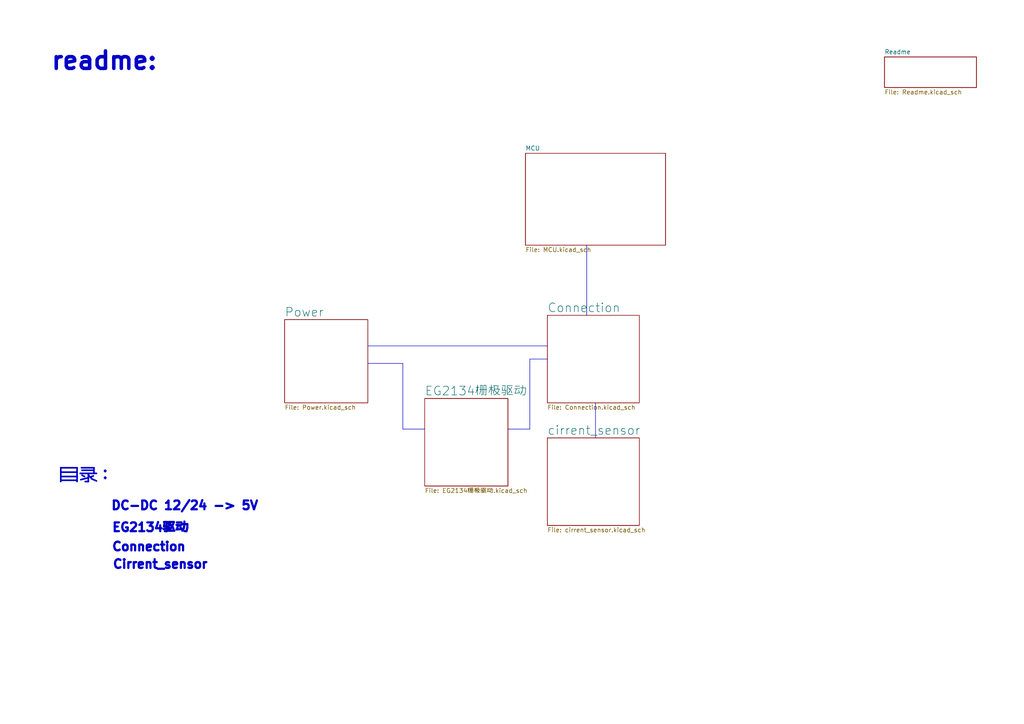
<source format=kicad_sch>
(kicad_sch
	(version 20231120)
	(generator "eeschema")
	(generator_version "8.0")
	(uuid "3c13b5e1-57fa-4740-a1aa-c7a3ab53fab1")
	(paper "A4")
	(lib_symbols)
	(polyline
		(pts
			(xy 116.84 105.41) (xy 116.84 124.46)
		)
		(stroke
			(width 0)
			(type default)
		)
		(uuid "135089c7-d054-423c-9777-1bfe555237ef")
	)
	(polyline
		(pts
			(xy 106.68 100.33) (xy 158.75 100.33)
		)
		(stroke
			(width 0)
			(type default)
		)
		(uuid "18858074-8936-48ce-a500-85f79d2a10b5")
	)
	(polyline
		(pts
			(xy 153.67 104.14) (xy 154.94 104.14)
		)
		(stroke
			(width 0)
			(type default)
		)
		(uuid "47b6986d-8cbf-4293-bfcc-433cca83271b")
	)
	(polyline
		(pts
			(xy 158.75 104.14) (xy 154.94 104.14)
		)
		(stroke
			(width 0)
			(type default)
		)
		(uuid "50c642bd-904f-4ca3-a3cc-915e085fd728")
	)
	(polyline
		(pts
			(xy 153.67 104.14) (xy 153.67 124.46)
		)
		(stroke
			(width 0)
			(type default)
		)
		(uuid "67703b1e-13d8-48b3-a45d-ccb90a26def7")
	)
	(polyline
		(pts
			(xy 116.84 124.46) (xy 123.19 124.46)
		)
		(stroke
			(width 0)
			(type default)
		)
		(uuid "67b8cfd5-b77c-41f1-a8f9-5d17a0b1b671")
	)
	(polyline
		(pts
			(xy 147.32 124.46) (xy 153.67 124.46)
		)
		(stroke
			(width 0)
			(type default)
		)
		(uuid "6cd746cd-0fb3-48db-9550-30752524ac1e")
	)
	(polyline
		(pts
			(xy 172.72 116.84) (xy 172.72 127)
		)
		(stroke
			(width 0)
			(type default)
		)
		(uuid "7de8c442-b401-4665-8c18-410fb768f658")
	)
	(polyline
		(pts
			(xy 170.18 71.12) (xy 170.18 91.44)
		)
		(stroke
			(width 0)
			(type default)
		)
		(uuid "eef31958-1f81-4a60-9516-f0e5b390cb2a")
	)
	(polyline
		(pts
			(xy 106.68 105.41) (xy 116.84 105.41)
		)
		(stroke
			(width 0)
			(type default)
		)
		(uuid "f50ff07a-f4ae-4051-a97a-0dd0d9d80593")
	)
	(text "DC-DC 12/24 -> 5V"
		(exclude_from_sim yes)
		(at 53.594 146.812 0)
		(effects
			(font
				(size 2.54 2.54)
				(thickness 1.016)
				(bold yes)
			)
			(href "#2")
		)
		(uuid "1261e62c-99c2-46b4-9d71-f064ac3a625b")
	)
	(text "EG2134驱动"
		(exclude_from_sim yes)
		(at 43.688 153.162 0)
		(effects
			(font
				(size 2.54 2.54)
				(thickness 1.016)
				(bold yes)
			)
			(href "#3")
		)
		(uuid "13cb81a6-e26a-4fdc-b9b6-77f8e8acdd5f")
	)
	(text "Cirrent_sensor"
		(exclude_from_sim yes)
		(at 46.482 163.83 0)
		(effects
			(font
				(size 2.54 2.54)
				(thickness 1.016)
				(bold yes)
			)
			(href "#5")
		)
		(uuid "6afb2091-aec0-4af6-a025-9185e86b7f71")
	)
	(text "readme:"
		(exclude_from_sim yes)
		(at 30.226 17.78 0)
		(effects
			(font
				(size 5.08 5.08)
				(thickness 1.016)
				(bold yes)
			)
			(href "#7")
		)
		(uuid "86266561-a6d3-4a5c-9b45-43ffb7fb1637")
	)
	(text "目录："
		(exclude_from_sim yes)
		(at 24.892 138.176 0)
		(effects
			(font
				(size 3.81 3.81)
				(thickness 0.4763)
			)
		)
		(uuid "c1c0bd1d-dcb4-4c6f-8616-849983810128")
	)
	(text "Connection\n"
		(exclude_from_sim yes)
		(at 43.18 158.75 0)
		(effects
			(font
				(size 2.54 2.54)
				(thickness 1.016)
				(bold yes)
			)
			(href "#4")
		)
		(uuid "c1e8a3a6-b1af-45e2-8a56-812481622156")
	)
	(sheet
		(at 158.75 91.44)
		(size 26.67 25.4)
		(fields_autoplaced yes)
		(stroke
			(width 0.1524)
			(type solid)
		)
		(fill
			(color 0 0 0 0.0000)
		)
		(uuid "10a421e9-6120-4558-972a-6e3c4adbca25")
		(property "Sheetname" "Connection"
			(at 158.75 90.7284 0)
			(effects
				(font
					(size 2.54 2.54)
				)
				(justify left bottom)
			)
		)
		(property "Sheetfile" "Connection.kicad_sch"
			(at 158.75 117.4246 0)
			(effects
				(font
					(size 1.27 1.27)
				)
				(justify left top)
			)
		)
		(instances
			(project "BLDC_driver"
				(path "/3c13b5e1-57fa-4740-a1aa-c7a3ab53fab1"
					(page "4")
				)
			)
		)
	)
	(sheet
		(at 256.54 16.51)
		(size 26.67 8.89)
		(fields_autoplaced yes)
		(stroke
			(width 0.1524)
			(type solid)
		)
		(fill
			(color 0 0 0 0.0000)
		)
		(uuid "22a5e3f7-c4fd-47c9-a203-ffee1abbc426")
		(property "Sheetname" "Readme"
			(at 256.54 15.7984 0)
			(effects
				(font
					(size 1.27 1.27)
				)
				(justify left bottom)
			)
		)
		(property "Sheetfile" "Readme.kicad_sch"
			(at 256.54 25.9846 0)
			(effects
				(font
					(size 1.27 1.27)
				)
				(justify left top)
			)
		)
		(instances
			(project "BLDC_driver"
				(path "/3c13b5e1-57fa-4740-a1aa-c7a3ab53fab1"
					(page "7")
				)
			)
		)
	)
	(sheet
		(at 123.19 115.57)
		(size 24.13 25.4)
		(fields_autoplaced yes)
		(stroke
			(width 0.1524)
			(type solid)
		)
		(fill
			(color 0 0 0 0.0000)
		)
		(uuid "5cc481a6-5bc4-4c56-88b1-79c308a4a411")
		(property "Sheetname" "EG2134栅极驱动"
			(at 123.19 114.8584 0)
			(effects
				(font
					(size 2.54 2.54)
				)
				(justify left bottom)
			)
		)
		(property "Sheetfile" "EG2134栅极驱动.kicad_sch"
			(at 123.19 141.5546 0)
			(effects
				(font
					(size 1.27 1.27)
				)
				(justify left top)
			)
		)
		(instances
			(project "BLDC_driver"
				(path "/3c13b5e1-57fa-4740-a1aa-c7a3ab53fab1"
					(page "3")
				)
			)
		)
	)
	(sheet
		(at 152.4 44.45)
		(size 40.64 26.67)
		(fields_autoplaced yes)
		(stroke
			(width 0.1524)
			(type solid)
		)
		(fill
			(color 0 0 0 0.0000)
		)
		(uuid "6537839f-6cb4-431c-8796-b45537fce19f")
		(property "Sheetname" "MCU"
			(at 152.4 43.7384 0)
			(effects
				(font
					(size 1.27 1.27)
				)
				(justify left bottom)
			)
		)
		(property "Sheetfile" "MCU.kicad_sch"
			(at 152.4 71.7046 0)
			(effects
				(font
					(size 1.27 1.27)
				)
				(justify left top)
			)
		)
		(instances
			(project "BLDC_driver"
				(path "/3c13b5e1-57fa-4740-a1aa-c7a3ab53fab1"
					(page "6")
				)
			)
		)
	)
	(sheet
		(at 158.75 127)
		(size 26.67 25.4)
		(fields_autoplaced yes)
		(stroke
			(width 0.1524)
			(type solid)
		)
		(fill
			(color 0 0 0 0.0000)
		)
		(uuid "a2ad5584-f63d-4eca-b5e6-2e7d5c6f93f5")
		(property "Sheetname" "cirrent_sensor"
			(at 158.75 126.2884 0)
			(effects
				(font
					(size 2.54 2.54)
				)
				(justify left bottom)
			)
		)
		(property "Sheetfile" "cirrent_sensor.kicad_sch"
			(at 158.75 152.9846 0)
			(effects
				(font
					(size 1.27 1.27)
				)
				(justify left top)
			)
		)
		(instances
			(project "BLDC_driver"
				(path "/3c13b5e1-57fa-4740-a1aa-c7a3ab53fab1"
					(page "5")
				)
			)
		)
	)
	(sheet
		(at 82.55 92.71)
		(size 24.13 24.13)
		(fields_autoplaced yes)
		(stroke
			(width 0.1524)
			(type solid)
		)
		(fill
			(color 0 0 0 0.0000)
		)
		(uuid "d172ac3e-1e62-4007-bb2b-f5b25040ec25")
		(property "Sheetname" "Power"
			(at 82.55 91.9984 0)
			(effects
				(font
					(size 2.54 2.54)
				)
				(justify left bottom)
			)
		)
		(property "Sheetfile" "Power.kicad_sch"
			(at 82.55 117.4246 0)
			(effects
				(font
					(size 1.27 1.27)
				)
				(justify left top)
			)
		)
		(instances
			(project "BLDC_driver"
				(path "/3c13b5e1-57fa-4740-a1aa-c7a3ab53fab1"
					(page "2")
				)
			)
		)
	)
	(sheet_instances
		(path "/"
			(page "1")
		)
	)
)

</source>
